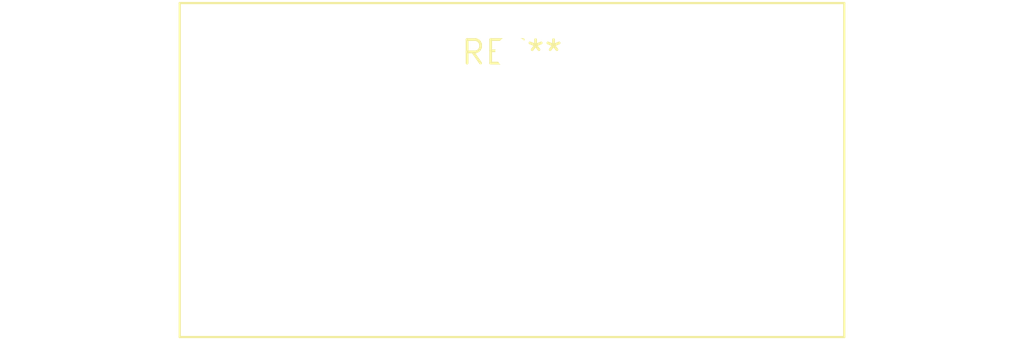
<source format=kicad_pcb>
(kicad_pcb (version 20240108) (generator pcbnew)
  (layers (0 "F.Cu" signal) (31 "B.Cu" signal) (34 "B.Paste" user) (35 "F.Paste" user) (36 "B.SilkS" user "B.Silkscreen") (37 "F.SilkS" user "F.Silkscreen") (38 "B.Mask" user) (39 "F.Mask" user) (44 "Edge.Cuts" user))
  (net 0 "")
  (footprint "L_Toroid_Vertical_L35.6mm_W17.8mm_P12.70mm_Pulse_E" (layer "F.Cu") (at 0 0)
    (property "Reference" "REF**")
    (property "Value" "L_Toroid_Vertical_L35.6mm_W17.8mm_P12.70mm_Pulse_E")
    (fp_line (start -17.9 -2.66) (end -17.9 15.36) (layer "F.SilkS") (stroke (width 0.12)))
    (fp_line (start -17.9 -2.66) (end 17.9 -2.66) (layer "F.SilkS") (stroke (width 0.12)))
    (fp_line (start -17.9 15.36) (end 17.9 15.36) (layer "F.SilkS") (stroke (width 0.12)))
    (fp_line (start 17.9 -2.66) (end 17.9 15.36) (layer "F.SilkS") (stroke (width 0.12)))
    (pad "1" thru_hole circle (at 0 0) (size 3.6 3.6) (drill 1.8) (layers *.Cu *.Mask) (remove_unused_layers))
    (pad "2" thru_hole circle (at 0 12.7) (size 3.6 3.6) (drill 1.8) (layers *.Cu *.Mask) (remove_unused_layers))
  )
)
</source>
